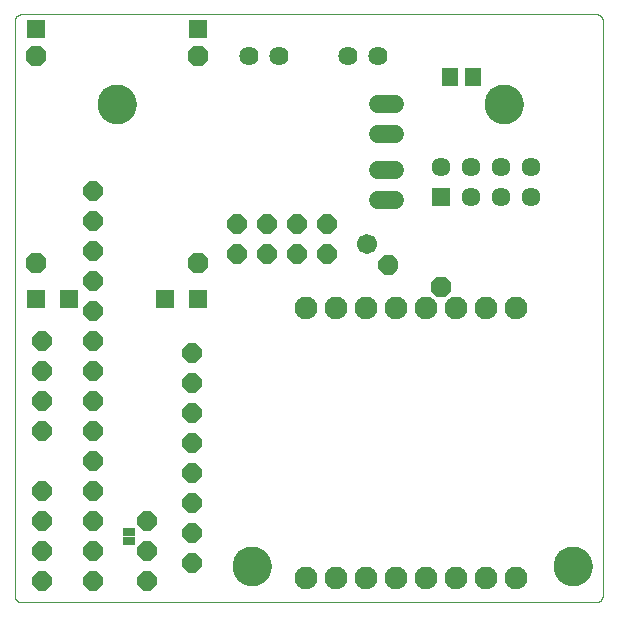
<source format=gbs>
G75*
%MOIN*%
%OFA0B0*%
%FSLAX25Y25*%
%IPPOS*%
%LPD*%
%AMOC8*
5,1,8,0,0,1.08239X$1,22.5*
%
%ADD10C,0.00000*%
%ADD11C,0.12998*%
%ADD12R,0.06337X0.06337*%
%ADD13C,0.06337*%
%ADD14C,0.06000*%
%ADD15C,0.01340*%
%ADD16C,0.06700*%
%ADD17R,0.05943X0.05943*%
%ADD18OC8,0.06400*%
%ADD19OC8,0.06700*%
%ADD20R,0.05518X0.06306*%
%ADD21C,0.07600*%
%ADD22R,0.03900X0.02800*%
%ADD23C,0.06400*%
D10*
X0001500Y0003736D02*
X0001500Y0195264D01*
X0001502Y0195356D01*
X0001508Y0195449D01*
X0001517Y0195541D01*
X0001530Y0195632D01*
X0001548Y0195723D01*
X0001568Y0195813D01*
X0001593Y0195902D01*
X0001621Y0195990D01*
X0001653Y0196077D01*
X0001688Y0196162D01*
X0001727Y0196246D01*
X0001769Y0196328D01*
X0001815Y0196409D01*
X0001864Y0196487D01*
X0001916Y0196563D01*
X0001971Y0196637D01*
X0002030Y0196709D01*
X0002091Y0196778D01*
X0002155Y0196845D01*
X0002222Y0196909D01*
X0002291Y0196970D01*
X0002363Y0197029D01*
X0002437Y0197084D01*
X0002513Y0197136D01*
X0002591Y0197185D01*
X0002672Y0197231D01*
X0002754Y0197273D01*
X0002838Y0197312D01*
X0002923Y0197347D01*
X0003010Y0197379D01*
X0003098Y0197407D01*
X0003187Y0197432D01*
X0003277Y0197452D01*
X0003368Y0197470D01*
X0003459Y0197483D01*
X0003551Y0197492D01*
X0003644Y0197498D01*
X0003736Y0197500D01*
X0195264Y0197500D01*
X0195356Y0197498D01*
X0195449Y0197492D01*
X0195541Y0197483D01*
X0195632Y0197470D01*
X0195723Y0197452D01*
X0195813Y0197432D01*
X0195902Y0197407D01*
X0195990Y0197379D01*
X0196077Y0197347D01*
X0196162Y0197312D01*
X0196246Y0197273D01*
X0196328Y0197231D01*
X0196409Y0197185D01*
X0196487Y0197136D01*
X0196563Y0197084D01*
X0196637Y0197029D01*
X0196709Y0196970D01*
X0196778Y0196909D01*
X0196845Y0196845D01*
X0196909Y0196778D01*
X0196970Y0196709D01*
X0197029Y0196637D01*
X0197084Y0196563D01*
X0197136Y0196487D01*
X0197185Y0196409D01*
X0197231Y0196328D01*
X0197273Y0196246D01*
X0197312Y0196162D01*
X0197347Y0196077D01*
X0197379Y0195990D01*
X0197407Y0195902D01*
X0197432Y0195813D01*
X0197452Y0195723D01*
X0197470Y0195632D01*
X0197483Y0195541D01*
X0197492Y0195449D01*
X0197498Y0195356D01*
X0197500Y0195264D01*
X0197500Y0003736D01*
X0197498Y0003644D01*
X0197492Y0003551D01*
X0197483Y0003459D01*
X0197470Y0003368D01*
X0197452Y0003277D01*
X0197432Y0003187D01*
X0197407Y0003098D01*
X0197379Y0003010D01*
X0197347Y0002923D01*
X0197312Y0002838D01*
X0197273Y0002754D01*
X0197231Y0002672D01*
X0197185Y0002591D01*
X0197136Y0002513D01*
X0197084Y0002437D01*
X0197029Y0002363D01*
X0196970Y0002291D01*
X0196909Y0002222D01*
X0196845Y0002155D01*
X0196778Y0002091D01*
X0196709Y0002030D01*
X0196637Y0001971D01*
X0196563Y0001916D01*
X0196487Y0001864D01*
X0196409Y0001815D01*
X0196328Y0001769D01*
X0196246Y0001727D01*
X0196162Y0001688D01*
X0196077Y0001653D01*
X0195990Y0001621D01*
X0195902Y0001593D01*
X0195813Y0001568D01*
X0195723Y0001548D01*
X0195632Y0001530D01*
X0195541Y0001517D01*
X0195449Y0001508D01*
X0195356Y0001502D01*
X0195264Y0001500D01*
X0003736Y0001500D01*
X0003644Y0001502D01*
X0003551Y0001508D01*
X0003459Y0001517D01*
X0003368Y0001530D01*
X0003277Y0001548D01*
X0003187Y0001568D01*
X0003098Y0001593D01*
X0003010Y0001621D01*
X0002923Y0001653D01*
X0002838Y0001688D01*
X0002754Y0001727D01*
X0002672Y0001769D01*
X0002591Y0001815D01*
X0002513Y0001864D01*
X0002437Y0001916D01*
X0002363Y0001971D01*
X0002291Y0002030D01*
X0002222Y0002091D01*
X0002155Y0002155D01*
X0002091Y0002222D01*
X0002030Y0002291D01*
X0001971Y0002363D01*
X0001916Y0002437D01*
X0001864Y0002513D01*
X0001815Y0002591D01*
X0001769Y0002672D01*
X0001727Y0002754D01*
X0001688Y0002838D01*
X0001653Y0002923D01*
X0001621Y0003010D01*
X0001593Y0003098D01*
X0001568Y0003187D01*
X0001548Y0003277D01*
X0001530Y0003368D01*
X0001517Y0003459D01*
X0001508Y0003551D01*
X0001502Y0003644D01*
X0001500Y0003736D01*
X0074201Y0013500D02*
X0074203Y0013658D01*
X0074209Y0013816D01*
X0074219Y0013974D01*
X0074233Y0014132D01*
X0074251Y0014289D01*
X0074272Y0014446D01*
X0074298Y0014602D01*
X0074328Y0014758D01*
X0074361Y0014913D01*
X0074399Y0015066D01*
X0074440Y0015219D01*
X0074485Y0015371D01*
X0074534Y0015522D01*
X0074587Y0015671D01*
X0074643Y0015819D01*
X0074703Y0015965D01*
X0074767Y0016110D01*
X0074835Y0016253D01*
X0074906Y0016395D01*
X0074980Y0016535D01*
X0075058Y0016672D01*
X0075140Y0016808D01*
X0075224Y0016942D01*
X0075313Y0017073D01*
X0075404Y0017202D01*
X0075499Y0017329D01*
X0075596Y0017454D01*
X0075697Y0017576D01*
X0075801Y0017695D01*
X0075908Y0017812D01*
X0076018Y0017926D01*
X0076131Y0018037D01*
X0076246Y0018146D01*
X0076364Y0018251D01*
X0076485Y0018353D01*
X0076608Y0018453D01*
X0076734Y0018549D01*
X0076862Y0018642D01*
X0076992Y0018732D01*
X0077125Y0018818D01*
X0077260Y0018902D01*
X0077396Y0018981D01*
X0077535Y0019058D01*
X0077676Y0019130D01*
X0077818Y0019200D01*
X0077962Y0019265D01*
X0078108Y0019327D01*
X0078255Y0019385D01*
X0078404Y0019440D01*
X0078554Y0019491D01*
X0078705Y0019538D01*
X0078857Y0019581D01*
X0079010Y0019620D01*
X0079165Y0019656D01*
X0079320Y0019687D01*
X0079476Y0019715D01*
X0079632Y0019739D01*
X0079789Y0019759D01*
X0079947Y0019775D01*
X0080104Y0019787D01*
X0080263Y0019795D01*
X0080421Y0019799D01*
X0080579Y0019799D01*
X0080737Y0019795D01*
X0080896Y0019787D01*
X0081053Y0019775D01*
X0081211Y0019759D01*
X0081368Y0019739D01*
X0081524Y0019715D01*
X0081680Y0019687D01*
X0081835Y0019656D01*
X0081990Y0019620D01*
X0082143Y0019581D01*
X0082295Y0019538D01*
X0082446Y0019491D01*
X0082596Y0019440D01*
X0082745Y0019385D01*
X0082892Y0019327D01*
X0083038Y0019265D01*
X0083182Y0019200D01*
X0083324Y0019130D01*
X0083465Y0019058D01*
X0083604Y0018981D01*
X0083740Y0018902D01*
X0083875Y0018818D01*
X0084008Y0018732D01*
X0084138Y0018642D01*
X0084266Y0018549D01*
X0084392Y0018453D01*
X0084515Y0018353D01*
X0084636Y0018251D01*
X0084754Y0018146D01*
X0084869Y0018037D01*
X0084982Y0017926D01*
X0085092Y0017812D01*
X0085199Y0017695D01*
X0085303Y0017576D01*
X0085404Y0017454D01*
X0085501Y0017329D01*
X0085596Y0017202D01*
X0085687Y0017073D01*
X0085776Y0016942D01*
X0085860Y0016808D01*
X0085942Y0016672D01*
X0086020Y0016535D01*
X0086094Y0016395D01*
X0086165Y0016253D01*
X0086233Y0016110D01*
X0086297Y0015965D01*
X0086357Y0015819D01*
X0086413Y0015671D01*
X0086466Y0015522D01*
X0086515Y0015371D01*
X0086560Y0015219D01*
X0086601Y0015066D01*
X0086639Y0014913D01*
X0086672Y0014758D01*
X0086702Y0014602D01*
X0086728Y0014446D01*
X0086749Y0014289D01*
X0086767Y0014132D01*
X0086781Y0013974D01*
X0086791Y0013816D01*
X0086797Y0013658D01*
X0086799Y0013500D01*
X0086797Y0013342D01*
X0086791Y0013184D01*
X0086781Y0013026D01*
X0086767Y0012868D01*
X0086749Y0012711D01*
X0086728Y0012554D01*
X0086702Y0012398D01*
X0086672Y0012242D01*
X0086639Y0012087D01*
X0086601Y0011934D01*
X0086560Y0011781D01*
X0086515Y0011629D01*
X0086466Y0011478D01*
X0086413Y0011329D01*
X0086357Y0011181D01*
X0086297Y0011035D01*
X0086233Y0010890D01*
X0086165Y0010747D01*
X0086094Y0010605D01*
X0086020Y0010465D01*
X0085942Y0010328D01*
X0085860Y0010192D01*
X0085776Y0010058D01*
X0085687Y0009927D01*
X0085596Y0009798D01*
X0085501Y0009671D01*
X0085404Y0009546D01*
X0085303Y0009424D01*
X0085199Y0009305D01*
X0085092Y0009188D01*
X0084982Y0009074D01*
X0084869Y0008963D01*
X0084754Y0008854D01*
X0084636Y0008749D01*
X0084515Y0008647D01*
X0084392Y0008547D01*
X0084266Y0008451D01*
X0084138Y0008358D01*
X0084008Y0008268D01*
X0083875Y0008182D01*
X0083740Y0008098D01*
X0083604Y0008019D01*
X0083465Y0007942D01*
X0083324Y0007870D01*
X0083182Y0007800D01*
X0083038Y0007735D01*
X0082892Y0007673D01*
X0082745Y0007615D01*
X0082596Y0007560D01*
X0082446Y0007509D01*
X0082295Y0007462D01*
X0082143Y0007419D01*
X0081990Y0007380D01*
X0081835Y0007344D01*
X0081680Y0007313D01*
X0081524Y0007285D01*
X0081368Y0007261D01*
X0081211Y0007241D01*
X0081053Y0007225D01*
X0080896Y0007213D01*
X0080737Y0007205D01*
X0080579Y0007201D01*
X0080421Y0007201D01*
X0080263Y0007205D01*
X0080104Y0007213D01*
X0079947Y0007225D01*
X0079789Y0007241D01*
X0079632Y0007261D01*
X0079476Y0007285D01*
X0079320Y0007313D01*
X0079165Y0007344D01*
X0079010Y0007380D01*
X0078857Y0007419D01*
X0078705Y0007462D01*
X0078554Y0007509D01*
X0078404Y0007560D01*
X0078255Y0007615D01*
X0078108Y0007673D01*
X0077962Y0007735D01*
X0077818Y0007800D01*
X0077676Y0007870D01*
X0077535Y0007942D01*
X0077396Y0008019D01*
X0077260Y0008098D01*
X0077125Y0008182D01*
X0076992Y0008268D01*
X0076862Y0008358D01*
X0076734Y0008451D01*
X0076608Y0008547D01*
X0076485Y0008647D01*
X0076364Y0008749D01*
X0076246Y0008854D01*
X0076131Y0008963D01*
X0076018Y0009074D01*
X0075908Y0009188D01*
X0075801Y0009305D01*
X0075697Y0009424D01*
X0075596Y0009546D01*
X0075499Y0009671D01*
X0075404Y0009798D01*
X0075313Y0009927D01*
X0075224Y0010058D01*
X0075140Y0010192D01*
X0075058Y0010328D01*
X0074980Y0010465D01*
X0074906Y0010605D01*
X0074835Y0010747D01*
X0074767Y0010890D01*
X0074703Y0011035D01*
X0074643Y0011181D01*
X0074587Y0011329D01*
X0074534Y0011478D01*
X0074485Y0011629D01*
X0074440Y0011781D01*
X0074399Y0011934D01*
X0074361Y0012087D01*
X0074328Y0012242D01*
X0074298Y0012398D01*
X0074272Y0012554D01*
X0074251Y0012711D01*
X0074233Y0012868D01*
X0074219Y0013026D01*
X0074209Y0013184D01*
X0074203Y0013342D01*
X0074201Y0013500D01*
X0181201Y0013500D02*
X0181203Y0013658D01*
X0181209Y0013816D01*
X0181219Y0013974D01*
X0181233Y0014132D01*
X0181251Y0014289D01*
X0181272Y0014446D01*
X0181298Y0014602D01*
X0181328Y0014758D01*
X0181361Y0014913D01*
X0181399Y0015066D01*
X0181440Y0015219D01*
X0181485Y0015371D01*
X0181534Y0015522D01*
X0181587Y0015671D01*
X0181643Y0015819D01*
X0181703Y0015965D01*
X0181767Y0016110D01*
X0181835Y0016253D01*
X0181906Y0016395D01*
X0181980Y0016535D01*
X0182058Y0016672D01*
X0182140Y0016808D01*
X0182224Y0016942D01*
X0182313Y0017073D01*
X0182404Y0017202D01*
X0182499Y0017329D01*
X0182596Y0017454D01*
X0182697Y0017576D01*
X0182801Y0017695D01*
X0182908Y0017812D01*
X0183018Y0017926D01*
X0183131Y0018037D01*
X0183246Y0018146D01*
X0183364Y0018251D01*
X0183485Y0018353D01*
X0183608Y0018453D01*
X0183734Y0018549D01*
X0183862Y0018642D01*
X0183992Y0018732D01*
X0184125Y0018818D01*
X0184260Y0018902D01*
X0184396Y0018981D01*
X0184535Y0019058D01*
X0184676Y0019130D01*
X0184818Y0019200D01*
X0184962Y0019265D01*
X0185108Y0019327D01*
X0185255Y0019385D01*
X0185404Y0019440D01*
X0185554Y0019491D01*
X0185705Y0019538D01*
X0185857Y0019581D01*
X0186010Y0019620D01*
X0186165Y0019656D01*
X0186320Y0019687D01*
X0186476Y0019715D01*
X0186632Y0019739D01*
X0186789Y0019759D01*
X0186947Y0019775D01*
X0187104Y0019787D01*
X0187263Y0019795D01*
X0187421Y0019799D01*
X0187579Y0019799D01*
X0187737Y0019795D01*
X0187896Y0019787D01*
X0188053Y0019775D01*
X0188211Y0019759D01*
X0188368Y0019739D01*
X0188524Y0019715D01*
X0188680Y0019687D01*
X0188835Y0019656D01*
X0188990Y0019620D01*
X0189143Y0019581D01*
X0189295Y0019538D01*
X0189446Y0019491D01*
X0189596Y0019440D01*
X0189745Y0019385D01*
X0189892Y0019327D01*
X0190038Y0019265D01*
X0190182Y0019200D01*
X0190324Y0019130D01*
X0190465Y0019058D01*
X0190604Y0018981D01*
X0190740Y0018902D01*
X0190875Y0018818D01*
X0191008Y0018732D01*
X0191138Y0018642D01*
X0191266Y0018549D01*
X0191392Y0018453D01*
X0191515Y0018353D01*
X0191636Y0018251D01*
X0191754Y0018146D01*
X0191869Y0018037D01*
X0191982Y0017926D01*
X0192092Y0017812D01*
X0192199Y0017695D01*
X0192303Y0017576D01*
X0192404Y0017454D01*
X0192501Y0017329D01*
X0192596Y0017202D01*
X0192687Y0017073D01*
X0192776Y0016942D01*
X0192860Y0016808D01*
X0192942Y0016672D01*
X0193020Y0016535D01*
X0193094Y0016395D01*
X0193165Y0016253D01*
X0193233Y0016110D01*
X0193297Y0015965D01*
X0193357Y0015819D01*
X0193413Y0015671D01*
X0193466Y0015522D01*
X0193515Y0015371D01*
X0193560Y0015219D01*
X0193601Y0015066D01*
X0193639Y0014913D01*
X0193672Y0014758D01*
X0193702Y0014602D01*
X0193728Y0014446D01*
X0193749Y0014289D01*
X0193767Y0014132D01*
X0193781Y0013974D01*
X0193791Y0013816D01*
X0193797Y0013658D01*
X0193799Y0013500D01*
X0193797Y0013342D01*
X0193791Y0013184D01*
X0193781Y0013026D01*
X0193767Y0012868D01*
X0193749Y0012711D01*
X0193728Y0012554D01*
X0193702Y0012398D01*
X0193672Y0012242D01*
X0193639Y0012087D01*
X0193601Y0011934D01*
X0193560Y0011781D01*
X0193515Y0011629D01*
X0193466Y0011478D01*
X0193413Y0011329D01*
X0193357Y0011181D01*
X0193297Y0011035D01*
X0193233Y0010890D01*
X0193165Y0010747D01*
X0193094Y0010605D01*
X0193020Y0010465D01*
X0192942Y0010328D01*
X0192860Y0010192D01*
X0192776Y0010058D01*
X0192687Y0009927D01*
X0192596Y0009798D01*
X0192501Y0009671D01*
X0192404Y0009546D01*
X0192303Y0009424D01*
X0192199Y0009305D01*
X0192092Y0009188D01*
X0191982Y0009074D01*
X0191869Y0008963D01*
X0191754Y0008854D01*
X0191636Y0008749D01*
X0191515Y0008647D01*
X0191392Y0008547D01*
X0191266Y0008451D01*
X0191138Y0008358D01*
X0191008Y0008268D01*
X0190875Y0008182D01*
X0190740Y0008098D01*
X0190604Y0008019D01*
X0190465Y0007942D01*
X0190324Y0007870D01*
X0190182Y0007800D01*
X0190038Y0007735D01*
X0189892Y0007673D01*
X0189745Y0007615D01*
X0189596Y0007560D01*
X0189446Y0007509D01*
X0189295Y0007462D01*
X0189143Y0007419D01*
X0188990Y0007380D01*
X0188835Y0007344D01*
X0188680Y0007313D01*
X0188524Y0007285D01*
X0188368Y0007261D01*
X0188211Y0007241D01*
X0188053Y0007225D01*
X0187896Y0007213D01*
X0187737Y0007205D01*
X0187579Y0007201D01*
X0187421Y0007201D01*
X0187263Y0007205D01*
X0187104Y0007213D01*
X0186947Y0007225D01*
X0186789Y0007241D01*
X0186632Y0007261D01*
X0186476Y0007285D01*
X0186320Y0007313D01*
X0186165Y0007344D01*
X0186010Y0007380D01*
X0185857Y0007419D01*
X0185705Y0007462D01*
X0185554Y0007509D01*
X0185404Y0007560D01*
X0185255Y0007615D01*
X0185108Y0007673D01*
X0184962Y0007735D01*
X0184818Y0007800D01*
X0184676Y0007870D01*
X0184535Y0007942D01*
X0184396Y0008019D01*
X0184260Y0008098D01*
X0184125Y0008182D01*
X0183992Y0008268D01*
X0183862Y0008358D01*
X0183734Y0008451D01*
X0183608Y0008547D01*
X0183485Y0008647D01*
X0183364Y0008749D01*
X0183246Y0008854D01*
X0183131Y0008963D01*
X0183018Y0009074D01*
X0182908Y0009188D01*
X0182801Y0009305D01*
X0182697Y0009424D01*
X0182596Y0009546D01*
X0182499Y0009671D01*
X0182404Y0009798D01*
X0182313Y0009927D01*
X0182224Y0010058D01*
X0182140Y0010192D01*
X0182058Y0010328D01*
X0181980Y0010465D01*
X0181906Y0010605D01*
X0181835Y0010747D01*
X0181767Y0010890D01*
X0181703Y0011035D01*
X0181643Y0011181D01*
X0181587Y0011329D01*
X0181534Y0011478D01*
X0181485Y0011629D01*
X0181440Y0011781D01*
X0181399Y0011934D01*
X0181361Y0012087D01*
X0181328Y0012242D01*
X0181298Y0012398D01*
X0181272Y0012554D01*
X0181251Y0012711D01*
X0181233Y0012868D01*
X0181219Y0013026D01*
X0181209Y0013184D01*
X0181203Y0013342D01*
X0181201Y0013500D01*
X0158201Y0167500D02*
X0158203Y0167658D01*
X0158209Y0167816D01*
X0158219Y0167974D01*
X0158233Y0168132D01*
X0158251Y0168289D01*
X0158272Y0168446D01*
X0158298Y0168602D01*
X0158328Y0168758D01*
X0158361Y0168913D01*
X0158399Y0169066D01*
X0158440Y0169219D01*
X0158485Y0169371D01*
X0158534Y0169522D01*
X0158587Y0169671D01*
X0158643Y0169819D01*
X0158703Y0169965D01*
X0158767Y0170110D01*
X0158835Y0170253D01*
X0158906Y0170395D01*
X0158980Y0170535D01*
X0159058Y0170672D01*
X0159140Y0170808D01*
X0159224Y0170942D01*
X0159313Y0171073D01*
X0159404Y0171202D01*
X0159499Y0171329D01*
X0159596Y0171454D01*
X0159697Y0171576D01*
X0159801Y0171695D01*
X0159908Y0171812D01*
X0160018Y0171926D01*
X0160131Y0172037D01*
X0160246Y0172146D01*
X0160364Y0172251D01*
X0160485Y0172353D01*
X0160608Y0172453D01*
X0160734Y0172549D01*
X0160862Y0172642D01*
X0160992Y0172732D01*
X0161125Y0172818D01*
X0161260Y0172902D01*
X0161396Y0172981D01*
X0161535Y0173058D01*
X0161676Y0173130D01*
X0161818Y0173200D01*
X0161962Y0173265D01*
X0162108Y0173327D01*
X0162255Y0173385D01*
X0162404Y0173440D01*
X0162554Y0173491D01*
X0162705Y0173538D01*
X0162857Y0173581D01*
X0163010Y0173620D01*
X0163165Y0173656D01*
X0163320Y0173687D01*
X0163476Y0173715D01*
X0163632Y0173739D01*
X0163789Y0173759D01*
X0163947Y0173775D01*
X0164104Y0173787D01*
X0164263Y0173795D01*
X0164421Y0173799D01*
X0164579Y0173799D01*
X0164737Y0173795D01*
X0164896Y0173787D01*
X0165053Y0173775D01*
X0165211Y0173759D01*
X0165368Y0173739D01*
X0165524Y0173715D01*
X0165680Y0173687D01*
X0165835Y0173656D01*
X0165990Y0173620D01*
X0166143Y0173581D01*
X0166295Y0173538D01*
X0166446Y0173491D01*
X0166596Y0173440D01*
X0166745Y0173385D01*
X0166892Y0173327D01*
X0167038Y0173265D01*
X0167182Y0173200D01*
X0167324Y0173130D01*
X0167465Y0173058D01*
X0167604Y0172981D01*
X0167740Y0172902D01*
X0167875Y0172818D01*
X0168008Y0172732D01*
X0168138Y0172642D01*
X0168266Y0172549D01*
X0168392Y0172453D01*
X0168515Y0172353D01*
X0168636Y0172251D01*
X0168754Y0172146D01*
X0168869Y0172037D01*
X0168982Y0171926D01*
X0169092Y0171812D01*
X0169199Y0171695D01*
X0169303Y0171576D01*
X0169404Y0171454D01*
X0169501Y0171329D01*
X0169596Y0171202D01*
X0169687Y0171073D01*
X0169776Y0170942D01*
X0169860Y0170808D01*
X0169942Y0170672D01*
X0170020Y0170535D01*
X0170094Y0170395D01*
X0170165Y0170253D01*
X0170233Y0170110D01*
X0170297Y0169965D01*
X0170357Y0169819D01*
X0170413Y0169671D01*
X0170466Y0169522D01*
X0170515Y0169371D01*
X0170560Y0169219D01*
X0170601Y0169066D01*
X0170639Y0168913D01*
X0170672Y0168758D01*
X0170702Y0168602D01*
X0170728Y0168446D01*
X0170749Y0168289D01*
X0170767Y0168132D01*
X0170781Y0167974D01*
X0170791Y0167816D01*
X0170797Y0167658D01*
X0170799Y0167500D01*
X0170797Y0167342D01*
X0170791Y0167184D01*
X0170781Y0167026D01*
X0170767Y0166868D01*
X0170749Y0166711D01*
X0170728Y0166554D01*
X0170702Y0166398D01*
X0170672Y0166242D01*
X0170639Y0166087D01*
X0170601Y0165934D01*
X0170560Y0165781D01*
X0170515Y0165629D01*
X0170466Y0165478D01*
X0170413Y0165329D01*
X0170357Y0165181D01*
X0170297Y0165035D01*
X0170233Y0164890D01*
X0170165Y0164747D01*
X0170094Y0164605D01*
X0170020Y0164465D01*
X0169942Y0164328D01*
X0169860Y0164192D01*
X0169776Y0164058D01*
X0169687Y0163927D01*
X0169596Y0163798D01*
X0169501Y0163671D01*
X0169404Y0163546D01*
X0169303Y0163424D01*
X0169199Y0163305D01*
X0169092Y0163188D01*
X0168982Y0163074D01*
X0168869Y0162963D01*
X0168754Y0162854D01*
X0168636Y0162749D01*
X0168515Y0162647D01*
X0168392Y0162547D01*
X0168266Y0162451D01*
X0168138Y0162358D01*
X0168008Y0162268D01*
X0167875Y0162182D01*
X0167740Y0162098D01*
X0167604Y0162019D01*
X0167465Y0161942D01*
X0167324Y0161870D01*
X0167182Y0161800D01*
X0167038Y0161735D01*
X0166892Y0161673D01*
X0166745Y0161615D01*
X0166596Y0161560D01*
X0166446Y0161509D01*
X0166295Y0161462D01*
X0166143Y0161419D01*
X0165990Y0161380D01*
X0165835Y0161344D01*
X0165680Y0161313D01*
X0165524Y0161285D01*
X0165368Y0161261D01*
X0165211Y0161241D01*
X0165053Y0161225D01*
X0164896Y0161213D01*
X0164737Y0161205D01*
X0164579Y0161201D01*
X0164421Y0161201D01*
X0164263Y0161205D01*
X0164104Y0161213D01*
X0163947Y0161225D01*
X0163789Y0161241D01*
X0163632Y0161261D01*
X0163476Y0161285D01*
X0163320Y0161313D01*
X0163165Y0161344D01*
X0163010Y0161380D01*
X0162857Y0161419D01*
X0162705Y0161462D01*
X0162554Y0161509D01*
X0162404Y0161560D01*
X0162255Y0161615D01*
X0162108Y0161673D01*
X0161962Y0161735D01*
X0161818Y0161800D01*
X0161676Y0161870D01*
X0161535Y0161942D01*
X0161396Y0162019D01*
X0161260Y0162098D01*
X0161125Y0162182D01*
X0160992Y0162268D01*
X0160862Y0162358D01*
X0160734Y0162451D01*
X0160608Y0162547D01*
X0160485Y0162647D01*
X0160364Y0162749D01*
X0160246Y0162854D01*
X0160131Y0162963D01*
X0160018Y0163074D01*
X0159908Y0163188D01*
X0159801Y0163305D01*
X0159697Y0163424D01*
X0159596Y0163546D01*
X0159499Y0163671D01*
X0159404Y0163798D01*
X0159313Y0163927D01*
X0159224Y0164058D01*
X0159140Y0164192D01*
X0159058Y0164328D01*
X0158980Y0164465D01*
X0158906Y0164605D01*
X0158835Y0164747D01*
X0158767Y0164890D01*
X0158703Y0165035D01*
X0158643Y0165181D01*
X0158587Y0165329D01*
X0158534Y0165478D01*
X0158485Y0165629D01*
X0158440Y0165781D01*
X0158399Y0165934D01*
X0158361Y0166087D01*
X0158328Y0166242D01*
X0158298Y0166398D01*
X0158272Y0166554D01*
X0158251Y0166711D01*
X0158233Y0166868D01*
X0158219Y0167026D01*
X0158209Y0167184D01*
X0158203Y0167342D01*
X0158201Y0167500D01*
X0029201Y0167500D02*
X0029203Y0167658D01*
X0029209Y0167816D01*
X0029219Y0167974D01*
X0029233Y0168132D01*
X0029251Y0168289D01*
X0029272Y0168446D01*
X0029298Y0168602D01*
X0029328Y0168758D01*
X0029361Y0168913D01*
X0029399Y0169066D01*
X0029440Y0169219D01*
X0029485Y0169371D01*
X0029534Y0169522D01*
X0029587Y0169671D01*
X0029643Y0169819D01*
X0029703Y0169965D01*
X0029767Y0170110D01*
X0029835Y0170253D01*
X0029906Y0170395D01*
X0029980Y0170535D01*
X0030058Y0170672D01*
X0030140Y0170808D01*
X0030224Y0170942D01*
X0030313Y0171073D01*
X0030404Y0171202D01*
X0030499Y0171329D01*
X0030596Y0171454D01*
X0030697Y0171576D01*
X0030801Y0171695D01*
X0030908Y0171812D01*
X0031018Y0171926D01*
X0031131Y0172037D01*
X0031246Y0172146D01*
X0031364Y0172251D01*
X0031485Y0172353D01*
X0031608Y0172453D01*
X0031734Y0172549D01*
X0031862Y0172642D01*
X0031992Y0172732D01*
X0032125Y0172818D01*
X0032260Y0172902D01*
X0032396Y0172981D01*
X0032535Y0173058D01*
X0032676Y0173130D01*
X0032818Y0173200D01*
X0032962Y0173265D01*
X0033108Y0173327D01*
X0033255Y0173385D01*
X0033404Y0173440D01*
X0033554Y0173491D01*
X0033705Y0173538D01*
X0033857Y0173581D01*
X0034010Y0173620D01*
X0034165Y0173656D01*
X0034320Y0173687D01*
X0034476Y0173715D01*
X0034632Y0173739D01*
X0034789Y0173759D01*
X0034947Y0173775D01*
X0035104Y0173787D01*
X0035263Y0173795D01*
X0035421Y0173799D01*
X0035579Y0173799D01*
X0035737Y0173795D01*
X0035896Y0173787D01*
X0036053Y0173775D01*
X0036211Y0173759D01*
X0036368Y0173739D01*
X0036524Y0173715D01*
X0036680Y0173687D01*
X0036835Y0173656D01*
X0036990Y0173620D01*
X0037143Y0173581D01*
X0037295Y0173538D01*
X0037446Y0173491D01*
X0037596Y0173440D01*
X0037745Y0173385D01*
X0037892Y0173327D01*
X0038038Y0173265D01*
X0038182Y0173200D01*
X0038324Y0173130D01*
X0038465Y0173058D01*
X0038604Y0172981D01*
X0038740Y0172902D01*
X0038875Y0172818D01*
X0039008Y0172732D01*
X0039138Y0172642D01*
X0039266Y0172549D01*
X0039392Y0172453D01*
X0039515Y0172353D01*
X0039636Y0172251D01*
X0039754Y0172146D01*
X0039869Y0172037D01*
X0039982Y0171926D01*
X0040092Y0171812D01*
X0040199Y0171695D01*
X0040303Y0171576D01*
X0040404Y0171454D01*
X0040501Y0171329D01*
X0040596Y0171202D01*
X0040687Y0171073D01*
X0040776Y0170942D01*
X0040860Y0170808D01*
X0040942Y0170672D01*
X0041020Y0170535D01*
X0041094Y0170395D01*
X0041165Y0170253D01*
X0041233Y0170110D01*
X0041297Y0169965D01*
X0041357Y0169819D01*
X0041413Y0169671D01*
X0041466Y0169522D01*
X0041515Y0169371D01*
X0041560Y0169219D01*
X0041601Y0169066D01*
X0041639Y0168913D01*
X0041672Y0168758D01*
X0041702Y0168602D01*
X0041728Y0168446D01*
X0041749Y0168289D01*
X0041767Y0168132D01*
X0041781Y0167974D01*
X0041791Y0167816D01*
X0041797Y0167658D01*
X0041799Y0167500D01*
X0041797Y0167342D01*
X0041791Y0167184D01*
X0041781Y0167026D01*
X0041767Y0166868D01*
X0041749Y0166711D01*
X0041728Y0166554D01*
X0041702Y0166398D01*
X0041672Y0166242D01*
X0041639Y0166087D01*
X0041601Y0165934D01*
X0041560Y0165781D01*
X0041515Y0165629D01*
X0041466Y0165478D01*
X0041413Y0165329D01*
X0041357Y0165181D01*
X0041297Y0165035D01*
X0041233Y0164890D01*
X0041165Y0164747D01*
X0041094Y0164605D01*
X0041020Y0164465D01*
X0040942Y0164328D01*
X0040860Y0164192D01*
X0040776Y0164058D01*
X0040687Y0163927D01*
X0040596Y0163798D01*
X0040501Y0163671D01*
X0040404Y0163546D01*
X0040303Y0163424D01*
X0040199Y0163305D01*
X0040092Y0163188D01*
X0039982Y0163074D01*
X0039869Y0162963D01*
X0039754Y0162854D01*
X0039636Y0162749D01*
X0039515Y0162647D01*
X0039392Y0162547D01*
X0039266Y0162451D01*
X0039138Y0162358D01*
X0039008Y0162268D01*
X0038875Y0162182D01*
X0038740Y0162098D01*
X0038604Y0162019D01*
X0038465Y0161942D01*
X0038324Y0161870D01*
X0038182Y0161800D01*
X0038038Y0161735D01*
X0037892Y0161673D01*
X0037745Y0161615D01*
X0037596Y0161560D01*
X0037446Y0161509D01*
X0037295Y0161462D01*
X0037143Y0161419D01*
X0036990Y0161380D01*
X0036835Y0161344D01*
X0036680Y0161313D01*
X0036524Y0161285D01*
X0036368Y0161261D01*
X0036211Y0161241D01*
X0036053Y0161225D01*
X0035896Y0161213D01*
X0035737Y0161205D01*
X0035579Y0161201D01*
X0035421Y0161201D01*
X0035263Y0161205D01*
X0035104Y0161213D01*
X0034947Y0161225D01*
X0034789Y0161241D01*
X0034632Y0161261D01*
X0034476Y0161285D01*
X0034320Y0161313D01*
X0034165Y0161344D01*
X0034010Y0161380D01*
X0033857Y0161419D01*
X0033705Y0161462D01*
X0033554Y0161509D01*
X0033404Y0161560D01*
X0033255Y0161615D01*
X0033108Y0161673D01*
X0032962Y0161735D01*
X0032818Y0161800D01*
X0032676Y0161870D01*
X0032535Y0161942D01*
X0032396Y0162019D01*
X0032260Y0162098D01*
X0032125Y0162182D01*
X0031992Y0162268D01*
X0031862Y0162358D01*
X0031734Y0162451D01*
X0031608Y0162547D01*
X0031485Y0162647D01*
X0031364Y0162749D01*
X0031246Y0162854D01*
X0031131Y0162963D01*
X0031018Y0163074D01*
X0030908Y0163188D01*
X0030801Y0163305D01*
X0030697Y0163424D01*
X0030596Y0163546D01*
X0030499Y0163671D01*
X0030404Y0163798D01*
X0030313Y0163927D01*
X0030224Y0164058D01*
X0030140Y0164192D01*
X0030058Y0164328D01*
X0029980Y0164465D01*
X0029906Y0164605D01*
X0029835Y0164747D01*
X0029767Y0164890D01*
X0029703Y0165035D01*
X0029643Y0165181D01*
X0029587Y0165329D01*
X0029534Y0165478D01*
X0029485Y0165629D01*
X0029440Y0165781D01*
X0029399Y0165934D01*
X0029361Y0166087D01*
X0029328Y0166242D01*
X0029298Y0166398D01*
X0029272Y0166554D01*
X0029251Y0166711D01*
X0029233Y0166868D01*
X0029219Y0167026D01*
X0029209Y0167184D01*
X0029203Y0167342D01*
X0029201Y0167500D01*
D11*
X0035500Y0167500D03*
X0164500Y0167500D03*
X0187500Y0013500D03*
X0080500Y0013500D03*
D12*
X0143500Y0136500D03*
D13*
X0143500Y0146500D03*
X0153500Y0146500D03*
X0153500Y0136500D03*
X0163500Y0136500D03*
X0163500Y0146500D03*
X0173500Y0146500D03*
X0173500Y0136500D03*
D14*
X0128300Y0135500D02*
X0122700Y0135500D01*
X0122700Y0145500D02*
X0128300Y0145500D01*
X0128300Y0157500D02*
X0122700Y0157500D01*
X0122700Y0167500D02*
X0128300Y0167500D01*
D15*
X0126476Y0111955D02*
X0127146Y0111285D01*
X0124926Y0111285D01*
X0123357Y0112854D01*
X0123357Y0115074D01*
X0124926Y0116643D01*
X0127146Y0116643D01*
X0128715Y0115074D01*
X0128715Y0112854D01*
X0127146Y0111285D01*
X0126730Y0112290D01*
X0125342Y0112290D01*
X0124362Y0113270D01*
X0124362Y0114658D01*
X0125342Y0115638D01*
X0126730Y0115638D01*
X0127710Y0114658D01*
X0127710Y0113270D01*
X0126730Y0112290D01*
X0126313Y0113295D01*
X0125759Y0113295D01*
X0125367Y0113687D01*
X0125367Y0114241D01*
X0125759Y0114633D01*
X0126313Y0114633D01*
X0126705Y0114241D01*
X0126705Y0113687D01*
X0126313Y0113295D01*
D16*
X0118964Y0121036D03*
D17*
X0062500Y0102600D03*
X0051500Y0102600D03*
X0019500Y0102600D03*
X0008500Y0102600D03*
X0008500Y0192600D03*
X0062500Y0192600D03*
D18*
X0027500Y0138500D03*
X0027500Y0128500D03*
X0027500Y0118500D03*
X0027500Y0108500D03*
X0027500Y0098500D03*
X0027500Y0088500D03*
X0027500Y0078500D03*
X0027500Y0068500D03*
X0027500Y0058500D03*
X0027500Y0048500D03*
X0027500Y0038500D03*
X0027500Y0028500D03*
X0027500Y0018500D03*
X0027500Y0008500D03*
X0010500Y0008500D03*
X0010500Y0018500D03*
X0010500Y0028500D03*
X0010500Y0038500D03*
X0010500Y0058500D03*
X0010500Y0068500D03*
X0010500Y0078500D03*
X0010500Y0088500D03*
X0060500Y0084500D03*
X0060500Y0074500D03*
X0060500Y0064500D03*
X0060500Y0054500D03*
X0060500Y0044500D03*
X0060500Y0034500D03*
X0060500Y0024500D03*
X0060500Y0014500D03*
X0045500Y0018500D03*
X0045500Y0008500D03*
X0045500Y0028500D03*
X0075500Y0117500D03*
X0075500Y0127500D03*
X0085500Y0127500D03*
X0085500Y0117500D03*
X0095500Y0117500D03*
X0095500Y0127500D03*
X0105500Y0127500D03*
X0105500Y0117500D03*
D19*
X0143500Y0106500D03*
X0062500Y0114500D03*
X0008500Y0114500D03*
X0008500Y0183500D03*
X0062500Y0183500D03*
D20*
X0146760Y0176500D03*
X0154240Y0176500D03*
D21*
X0158500Y0099500D03*
X0148500Y0099500D03*
X0138500Y0099500D03*
X0128500Y0099500D03*
X0118500Y0099500D03*
X0108500Y0099500D03*
X0098500Y0099500D03*
X0168500Y0099500D03*
X0168500Y0009500D03*
X0158500Y0009500D03*
X0148500Y0009500D03*
X0138500Y0009500D03*
X0128500Y0009500D03*
X0118500Y0009500D03*
X0108500Y0009500D03*
X0098500Y0009500D03*
D22*
X0039500Y0022000D03*
X0039500Y0025000D03*
D23*
X0079500Y0183500D03*
X0089500Y0183500D03*
X0112500Y0183500D03*
X0122500Y0183500D03*
M02*

</source>
